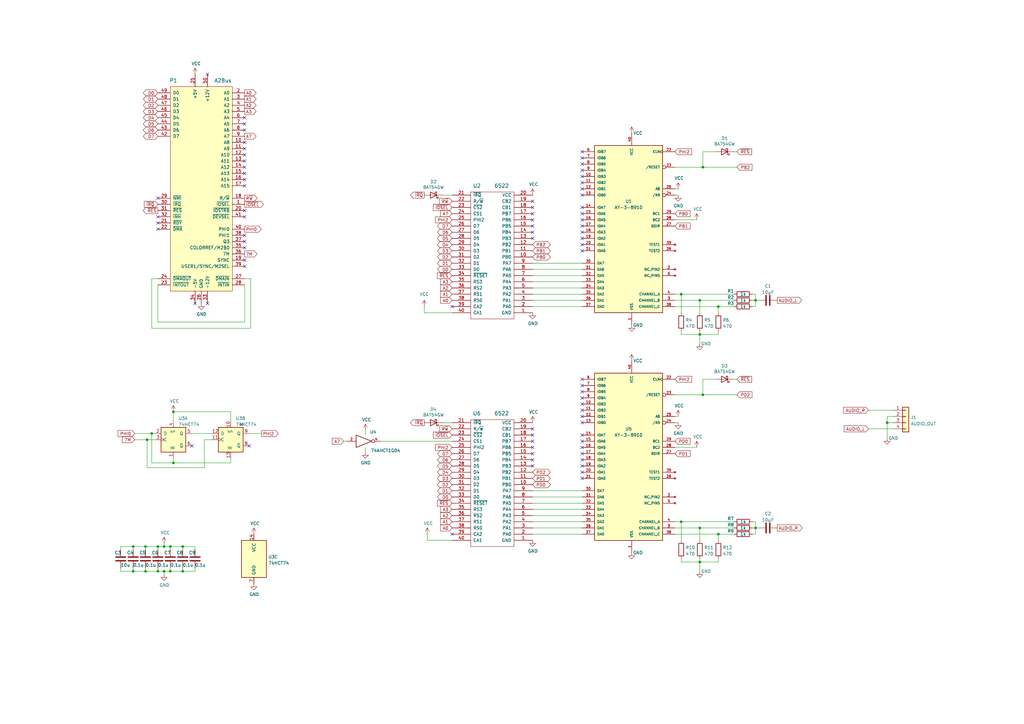
<source format=kicad_sch>
(kicad_sch (version 20211123) (generator eeschema)
  (paper "A3")
  (title_block (date "2022-03-08") (rev "0.1") (comment 1 "(Cloned from Apple II 32-GPIO Card by Scott Alfter)"))
  (junction (at 279.4 213.995))
  (junction (at 287.02 123.19))
  (junction (at 67.31 234.315))
  (junction (at 60.325 180.34))
  (junction (at 67.31 224.155))
  (junction (at 363.855 173.355))
  (junction (at 294.64 219.075))
  (junction (at 279.4 120.65))
  (junction (at 287.02 137.16))
  (junction (at 294.64 125.73))
  (junction (at 54.61 234.315))
  (junction (at 69.85 224.155))
  (junction (at 62.23 177.8))
  (junction (at 287.02 216.535))
  (junction (at 74.93 234.315))
  (junction (at 71.12 189.865))
  (junction (at 288.29 68.58))
  (junction (at 64.77 224.155))
  (junction (at 69.85 234.315))
  (junction (at 59.69 224.155))
  (junction (at 71.12 168.91))
  (junction (at 288.29 161.925))
  (junction (at 309.88 123.19))
  (junction (at 54.61 224.155))
  (junction (at 74.93 224.155))
  (junction (at 59.69 234.315))
  (junction (at 64.77 234.315))
  (junction (at 309.88 216.535))
  (junction (at 287.02 230.505))
  (no_connect (at 218.44 95.25))
  (no_connect (at 218.44 97.79))
  (no_connect (at 218.44 90.17))
  (no_connect (at 218.44 92.71))
  (no_connect (at 185.42 219.075))
  (no_connect (at 64.77 81.28))
  (no_connect (at 64.77 88.9))
  (no_connect (at 64.77 93.98))
  (no_connect (at 100.33 106.68))
  (no_connect (at 100.33 109.22))
  (no_connect (at 80.01 124.46))
  (no_connect (at 64.77 91.44))
  (no_connect (at 100.33 88.9))
  (no_connect (at 100.33 96.52))
  (no_connect (at 100.33 99.06))
  (no_connect (at 100.33 101.6))
  (no_connect (at 85.09 124.46))
  (no_connect (at 100.33 86.36))
  (no_connect (at 102.235 182.88))
  (no_connect (at 218.44 87.63))
  (no_connect (at 218.44 82.55))
  (no_connect (at 218.44 85.09))
  (no_connect (at 238.76 92.71))
  (no_connect (at 238.76 90.17))
  (no_connect (at 238.76 87.63))
  (no_connect (at 238.76 85.09))
  (no_connect (at 238.76 80.01))
  (no_connect (at 238.76 77.47))
  (no_connect (at 238.76 74.93))
  (no_connect (at 238.76 72.39))
  (no_connect (at 238.76 69.85))
  (no_connect (at 238.76 67.31))
  (no_connect (at 238.76 64.77))
  (no_connect (at 238.76 62.23))
  (no_connect (at 218.44 188.595))
  (no_connect (at 218.44 191.135))
  (no_connect (at 218.44 175.895))
  (no_connect (at 218.44 178.435))
  (no_connect (at 218.44 180.975))
  (no_connect (at 218.44 183.515))
  (no_connect (at 218.44 186.055))
  (no_connect (at 238.76 102.87))
  (no_connect (at 238.76 100.33))
  (no_connect (at 238.76 97.79))
  (no_connect (at 238.76 95.25))
  (no_connect (at 238.76 168.275))
  (no_connect (at 238.76 165.735))
  (no_connect (at 238.76 163.195))
  (no_connect (at 238.76 160.655))
  (no_connect (at 238.76 158.115))
  (no_connect (at 238.76 155.575))
  (no_connect (at 238.76 196.215))
  (no_connect (at 238.76 193.675))
  (no_connect (at 238.76 191.135))
  (no_connect (at 238.76 188.595))
  (no_connect (at 238.76 186.055))
  (no_connect (at 238.76 183.515))
  (no_connect (at 238.76 180.975))
  (no_connect (at 238.76 178.435))
  (no_connect (at 238.76 173.355))
  (no_connect (at 238.76 170.815))
  (no_connect (at 85.09 30.48))
  (no_connect (at 100.33 63.5))
  (no_connect (at 100.33 66.04))
  (no_connect (at 100.33 68.58))
  (no_connect (at 100.33 71.12))
  (no_connect (at 100.33 48.26))
  (no_connect (at 100.33 50.8))
  (no_connect (at 100.33 53.34))
  (no_connect (at 100.33 58.42))
  (no_connect (at 100.33 60.96))
  (no_connect (at 100.33 73.66))
  (no_connect (at 100.33 76.2))
  (no_connect (at 78.74 182.88))
  (no_connect (at 99.06 173.99))
  (no_connect (at 185.42 125.73))
  (wire (pts (xy 288.29 68.58) (xy 302.26 68.58)))
  (wire (pts (xy 276.86 161.925) (xy 288.29 161.925)))
  (wire (pts (xy 309.88 213.995) (xy 309.88 216.535)))
  (wire (pts (xy 67.31 235.585) (xy 67.31 234.315)))
  (wire (pts (xy 78.74 177.8) (xy 86.995 177.8)))
  (wire (pts (xy 309.88 216.535) (xy 308.61 216.535)))
  (wire (pts (xy 309.88 123.19) (xy 311.15 123.19)))
  (wire (pts (xy 294.64 219.075) (xy 294.64 221.615)))
  (wire (pts (xy 218.44 219.075) (xy 238.76 219.075)))
  (wire (pts (xy 74.93 225.425) (xy 74.93 224.155)))
  (wire (pts (xy 59.69 224.155) (xy 54.61 224.155)))
  (wire (pts (xy 156.21 180.975) (xy 185.42 180.975)))
  (wire (pts (xy 59.69 233.045) (xy 59.69 234.315)))
  (wire (pts (xy 173.99 128.27) (xy 173.99 125.73)))
  (wire (pts (xy 102.87 114.3) (xy 100.33 114.3)))
  (wire (pts (xy 308.61 213.995) (xy 309.88 213.995)))
  (wire (pts (xy 175.26 221.615) (xy 185.42 221.615)))
  (wire (pts (xy 300.99 155.575) (xy 302.26 155.575)))
  (wire (pts (xy 287.02 137.16) (xy 287.02 140.97)))
  (wire (pts (xy 363.855 173.355) (xy 363.855 170.815)))
  (wire (pts (xy 74.93 233.045) (xy 74.93 234.315)))
  (wire (pts (xy 102.235 177.8) (xy 107.315 177.8)))
  (wire (pts (xy 49.53 234.315) (xy 54.61 234.315)))
  (wire (pts (xy 83.82 180.34) (xy 86.995 180.34)))
  (wire (pts (xy 288.29 161.925) (xy 302.26 161.925)))
  (wire (pts (xy 279.4 137.16) (xy 287.02 137.16)))
  (wire (pts (xy 218.44 211.455) (xy 238.76 211.455)))
  (wire (pts (xy 293.37 62.23) (xy 288.29 62.23)))
  (wire (pts (xy 55.245 177.8) (xy 62.23 177.8)))
  (wire (pts (xy 181.61 173.355) (xy 185.42 173.355)))
  (wire (pts (xy 276.86 125.73) (xy 294.64 125.73)))
  (wire (pts (xy 287.02 230.505) (xy 287.02 229.235)))
  (wire (pts (xy 276.86 90.17) (xy 285.75 90.17)))
  (wire (pts (xy 94.615 168.91) (xy 94.615 172.72)))
  (wire (pts (xy 69.85 224.155) (xy 74.93 224.155)))
  (wire (pts (xy 218.44 208.915) (xy 238.76 208.915)))
  (wire (pts (xy 276.86 173.355) (xy 278.13 173.355)))
  (wire (pts (xy 60.325 180.34) (xy 60.325 191.77)))
  (wire (pts (xy 276.86 68.58) (xy 288.29 68.58)))
  (wire (pts (xy 63.5 180.34) (xy 60.325 180.34)))
  (wire (pts (xy 363.855 170.815) (xy 366.395 170.815)))
  (wire (pts (xy 218.44 216.535) (xy 238.76 216.535)))
  (wire (pts (xy 54.61 234.315) (xy 54.61 233.045)))
  (wire (pts (xy 293.37 155.575) (xy 288.29 155.575)))
  (wire (pts (xy 71.12 189.865) (xy 94.615 189.865)))
  (wire (pts (xy 62.23 177.8) (xy 62.23 189.865)))
  (wire (pts (xy 185.42 128.27) (xy 173.99 128.27)))
  (wire (pts (xy 279.4 213.995) (xy 300.99 213.995)))
  (wire (pts (xy 181.61 80.01) (xy 185.42 80.01)))
  (wire (pts (xy 100.33 132.08) (xy 100.33 116.84)))
  (wire (pts (xy 288.29 62.23) (xy 288.29 68.58)))
  (wire (pts (xy 276.86 80.01) (xy 278.13 80.01)))
  (wire (pts (xy 71.12 172.72) (xy 71.12 168.91)))
  (wire (pts (xy 74.93 224.155) (xy 80.01 224.155)))
  (wire (pts (xy 149.86 176.53) (xy 149.86 178.435)))
  (wire (pts (xy 94.615 189.865) (xy 94.615 187.96)))
  (wire (pts (xy 64.77 114.3) (xy 62.23 114.3)))
  (wire (pts (xy 218.44 113.03) (xy 238.76 113.03)))
  (wire (pts (xy 218.44 206.375) (xy 238.76 206.375)))
  (wire (pts (xy 62.23 189.865) (xy 71.12 189.865)))
  (wire (pts (xy 287.02 230.505) (xy 287.02 234.315)))
  (wire (pts (xy 69.85 234.315) (xy 74.93 234.315)))
  (wire (pts (xy 287.02 216.535) (xy 287.02 221.615)))
  (wire (pts (xy 276.86 216.535) (xy 287.02 216.535)))
  (wire (pts (xy 218.44 118.11) (xy 238.76 118.11)))
  (wire (pts (xy 218.44 123.19) (xy 238.76 123.19)))
  (wire (pts (xy 59.69 225.425) (xy 59.69 224.155)))
  (wire (pts (xy 80.01 224.155) (xy 80.01 225.425)))
  (wire (pts (xy 279.4 120.65) (xy 300.99 120.65)))
  (wire (pts (xy 59.69 234.315) (xy 64.77 234.315)))
  (wire (pts (xy 64.77 233.045) (xy 64.77 234.315)))
  (wire (pts (xy 279.4 229.235) (xy 279.4 230.505)))
  (wire (pts (xy 64.77 116.84) (xy 64.77 132.08)))
  (wire (pts (xy 300.99 62.23) (xy 302.26 62.23)))
  (wire (pts (xy 83.82 191.77) (xy 83.82 180.34)))
  (wire (pts (xy 287.02 230.505) (xy 294.64 230.505)))
  (wire (pts (xy 287.02 137.16) (xy 287.02 135.89)))
  (wire (pts (xy 62.23 134.62) (xy 102.87 134.62)))
  (wire (pts (xy 308.61 125.73) (xy 309.88 125.73)))
  (wire (pts (xy 294.64 230.505) (xy 294.64 229.235)))
  (wire (pts (xy 287.02 216.535) (xy 300.99 216.535)))
  (wire (pts (xy 54.61 224.155) (xy 54.61 225.425)))
  (wire (pts (xy 218.44 213.995) (xy 238.76 213.995)))
  (wire (pts (xy 308.61 219.075) (xy 309.88 219.075)))
  (wire (pts (xy 276.86 219.075) (xy 294.64 219.075)))
  (wire (pts (xy 294.64 219.075) (xy 300.99 219.075)))
  (wire (pts (xy 218.44 125.73) (xy 238.76 125.73)))
  (wire (pts (xy 287.02 137.16) (xy 294.64 137.16)))
  (wire (pts (xy 279.4 120.65) (xy 279.4 128.27)))
  (wire (pts (xy 288.29 155.575) (xy 288.29 161.925)))
  (wire (pts (xy 294.64 137.16) (xy 294.64 135.89)))
  (wire (pts (xy 102.87 134.62) (xy 102.87 114.3)))
  (wire (pts (xy 276.86 123.19) (xy 287.02 123.19)))
  (wire (pts (xy 69.85 233.045) (xy 69.85 234.315)))
  (wire (pts (xy 59.69 224.155) (xy 64.77 224.155)))
  (wire (pts (xy 218.44 107.95) (xy 238.76 107.95)))
  (wire (pts (xy 49.53 233.045) (xy 49.53 234.315)))
  (wire (pts (xy 67.31 224.155) (xy 69.85 224.155)))
  (wire (pts (xy 59.69 234.315) (xy 54.61 234.315)))
  (wire (pts (xy 279.4 213.995) (xy 279.4 221.615)))
  (wire (pts (xy 309.88 216.535) (xy 311.15 216.535)))
  (wire (pts (xy 309.88 125.73) (xy 309.88 123.19)))
  (wire (pts (xy 366.395 173.355) (xy 363.855 173.355)))
  (wire (pts (xy 294.64 125.73) (xy 300.99 125.73)))
  (wire (pts (xy 175.26 219.075) (xy 175.26 221.615)))
  (wire (pts (xy 218.44 115.57) (xy 238.76 115.57)))
  (wire (pts (xy 71.12 168.91) (xy 94.615 168.91)))
  (wire (pts (xy 60.325 191.77) (xy 83.82 191.77)))
  (wire (pts (xy 287.02 123.19) (xy 300.99 123.19)))
  (wire (pts (xy 64.77 225.425) (xy 64.77 224.155)))
  (wire (pts (xy 63.5 177.8) (xy 62.23 177.8)))
  (wire (pts (xy 363.855 173.355) (xy 363.855 179.705)))
  (wire (pts (xy 64.77 132.08) (xy 100.33 132.08)))
  (wire (pts (xy 140.97 180.975) (xy 142.24 180.975)))
  (wire (pts (xy 67.31 222.885) (xy 67.31 224.155)))
  (wire (pts (xy 69.85 224.155) (xy 69.85 225.425)))
  (wire (pts (xy 356.235 168.275) (xy 366.395 168.275)))
  (wire (pts (xy 71.12 187.96) (xy 71.12 189.865)))
  (wire (pts (xy 218.44 203.835) (xy 238.76 203.835)))
  (wire (pts (xy 54.61 224.155) (xy 49.53 224.155)))
  (wire (pts (xy 309.88 120.65) (xy 309.88 123.19)))
  (wire (pts (xy 149.86 183.515) (xy 149.86 185.42)))
  (wire (pts (xy 276.86 183.515) (xy 285.75 183.515)))
  (wire (pts (xy 67.31 234.315) (xy 69.85 234.315)))
  (wire (pts (xy 74.93 234.315) (xy 80.01 234.315)))
  (wire (pts (xy 279.4 230.505) (xy 287.02 230.505)))
  (wire (pts (xy 64.77 234.315) (xy 67.31 234.315)))
  (wire (pts (xy 309.88 219.075) (xy 309.88 216.535)))
  (wire (pts (xy 309.88 123.19) (xy 308.61 123.19)))
  (wire (pts (xy 287.02 123.19) (xy 287.02 128.27)))
  (wire (pts (xy 218.44 120.65) (xy 238.76 120.65)))
  (wire (pts (xy 64.77 224.155) (xy 67.31 224.155)))
  (wire (pts (xy 80.01 234.315) (xy 80.01 233.045)))
  (wire (pts (xy 276.86 77.47) (xy 278.13 77.47)))
  (wire (pts (xy 276.86 120.65) (xy 279.4 120.65)))
  (wire (pts (xy 356.235 175.895) (xy 366.395 175.895)))
  (wire (pts (xy 218.44 201.295) (xy 238.76 201.295)))
  (wire (pts (xy 308.61 120.65) (xy 309.88 120.65)))
  (wire (pts (xy 218.44 110.49) (xy 238.76 110.49)))
  (wire (pts (xy 294.64 125.73) (xy 294.64 128.27)))
  (wire (pts (xy 276.86 213.995) (xy 279.4 213.995)))
  (wire (pts (xy 49.53 224.155) (xy 49.53 225.425)))
  (wire (pts (xy 55.245 180.34) (xy 60.325 180.34)))
  (wire (pts (xy 62.23 114.3) (xy 62.23 134.62)))
  (wire (pts (xy 279.4 135.89) (xy 279.4 137.16)))
  (wire (pts (xy 276.86 170.815) (xy 278.13 170.815)))
  (global_label "D7" (shape bidirectional) (at 185.42 186.055 180) (property "Intersheet References" "${INTERSHEET_REFS}" (effects hide)))
  (global_label "R~{W}" (shape input) (at 185.42 82.55 180) (property "Intersheet References" "${INTERSHEET_REFS}" (effects hide)))
  (global_label "PHI2" (shape output) (at 107.315 177.8 0) (property "Intersheet References" "${INTERSHEET_REFS}" (effects hide)))
  (global_label "AUDIO_R" (shape input) (at 356.235 168.275 180) (property "Intersheet References" "${INTERSHEET_REFS}" (effects hide)))
  (global_label "~{RES}" (shape input) (at 302.26 62.23 0) (property "Intersheet References" "${INTERSHEET_REFS}" (effects hide)))
  (global_label "PD1" (shape input) (at 276.86 186.055 0) (property "Intersheet References" "${INTERSHEET_REFS}" (effects hide)))
  (global_label "PD2" (shape bidirectional) (at 218.44 193.675 0) (property "Intersheet References" "${INTERSHEET_REFS}" (effects hide)))
  (global_label "D6" (shape bidirectional) (at 185.42 95.25 180) (property "Intersheet References" "${INTERSHEET_REFS}" (effects hide)))
  (global_label "A3" (shape input) (at 185.42 208.915 180) (property "Intersheet References" "${INTERSHEET_REFS}" (effects hide)))
  (global_label "D5" (shape bidirectional) (at 185.42 191.135 180) (property "Intersheet References" "${INTERSHEET_REFS}" (effects hide)))
  (global_label "D3" (shape bidirectional) (at 185.42 196.215 180) (property "Intersheet References" "${INTERSHEET_REFS}" (effects hide)))
  (global_label "A1" (shape input) (at 185.42 213.995 180) (property "Intersheet References" "${INTERSHEET_REFS}" (effects hide)))
  (global_label "~{IOSEL}" (shape output) (at 100.33 83.82 0) (property "Intersheet References" "${INTERSHEET_REFS}" (effects hide)))
  (global_label "D4" (shape bidirectional) (at 185.42 100.33 180) (property "Intersheet References" "${INTERSHEET_REFS}" (effects hide)))
  (global_label "D7" (shape bidirectional) (at 64.77 55.88 180) (property "Intersheet References" "${INTERSHEET_REFS}" (effects hide)))
  (global_label "D2" (shape bidirectional) (at 185.42 105.41 180) (property "Intersheet References" "${INTERSHEET_REFS}" (effects hide)))
  (global_label "PHI2" (shape input) (at 276.86 62.23 0) (property "Intersheet References" "${INTERSHEET_REFS}" (effects hide)))
  (global_label "~{RES}" (shape input) (at 185.42 113.03 180) (property "Intersheet References" "${INTERSHEET_REFS}" (effects hide)))
  (global_label "PHI0" (shape input) (at 55.245 177.8 180) (property "Intersheet References" "${INTERSHEET_REFS}" (effects hide)))
  (global_label "A7" (shape input) (at 185.42 87.63 180) (property "Intersheet References" "${INTERSHEET_REFS}" (effects hide)))
  (global_label "PD2" (shape input) (at 302.26 161.925 0) (property "Intersheet References" "${INTERSHEET_REFS}" (effects hide)))
  (global_label "AUDIO_L" (shape input) (at 356.235 175.895 180) (property "Intersheet References" "${INTERSHEET_REFS}" (effects hide)))
  (global_label "A0" (shape output) (at 100.33 38.1 0) (property "Intersheet References" "${INTERSHEET_REFS}" (effects hide)))
  (global_label "D5" (shape bidirectional) (at 64.77 50.8 180) (property "Intersheet References" "${INTERSHEET_REFS}" (effects hide)))
  (global_label "A3" (shape input) (at 185.42 115.57 180) (property "Intersheet References" "${INTERSHEET_REFS}" (effects hide)))
  (global_label "PB0" (shape bidirectional) (at 218.44 105.41 0) (property "Intersheet References" "${INTERSHEET_REFS}" (effects hide)))
  (global_label "PB2" (shape bidirectional) (at 218.44 100.33 0) (property "Intersheet References" "${INTERSHEET_REFS}" (effects hide)))
  (global_label "D6" (shape bidirectional) (at 185.42 188.595 180) (property "Intersheet References" "${INTERSHEET_REFS}" (effects hide)))
  (global_label "A3" (shape output) (at 100.33 45.72 0) (property "Intersheet References" "${INTERSHEET_REFS}" (effects hide)))
  (global_label "D3" (shape bidirectional) (at 185.42 102.87 180) (property "Intersheet References" "${INTERSHEET_REFS}" (effects hide)))
  (global_label "PD0" (shape bidirectional) (at 218.44 198.755 0) (property "Intersheet References" "${INTERSHEET_REFS}" (effects hide)))
  (global_label "D0" (shape bidirectional) (at 64.77 38.1 180) (property "Intersheet References" "${INTERSHEET_REFS}" (effects hide)))
  (global_label "~{RES}" (shape output) (at 64.77 86.36 180) (property "Intersheet References" "${INTERSHEET_REFS}" (effects hide)))
  (global_label "~{IOSEL}" (shape input) (at 185.42 178.435 180) (property "Intersheet References" "${INTERSHEET_REFS}" (effects hide)))
  (global_label "7M" (shape input) (at 55.245 180.34 180) (property "Intersheet References" "${INTERSHEET_REFS}" (effects hide)))
  (global_label "A0" (shape input) (at 185.42 216.535 180) (property "Intersheet References" "${INTERSHEET_REFS}" (effects hide)))
  (global_label "R~{W}" (shape output) (at 100.33 81.28 0) (property "Intersheet References" "${INTERSHEET_REFS}" (effects hide)))
  (global_label "PHI2" (shape input) (at 185.42 183.515 180) (property "Intersheet References" "${INTERSHEET_REFS}" (effects hide)))
  (global_label "A2" (shape output) (at 100.33 43.18 0) (property "Intersheet References" "${INTERSHEET_REFS}" (effects hide)))
  (global_label "~{RES}" (shape input) (at 302.26 155.575 0) (property "Intersheet References" "${INTERSHEET_REFS}" (effects hide)))
  (global_label "D1" (shape bidirectional) (at 64.77 40.64 180) (property "Intersheet References" "${INTERSHEET_REFS}" (effects hide)))
  (global_label "D1" (shape bidirectional) (at 185.42 201.295 180) (property "Intersheet References" "${INTERSHEET_REFS}" (effects hide)))
  (global_label "D4" (shape bidirectional) (at 185.42 193.675 180) (property "Intersheet References" "${INTERSHEET_REFS}" (effects hide)))
  (global_label "D1" (shape bidirectional) (at 185.42 107.95 180) (property "Intersheet References" "${INTERSHEET_REFS}" (effects hide)))
  (global_label "A7" (shape input) (at 140.97 180.975 180) (property "Intersheet References" "${INTERSHEET_REFS}" (effects hide)))
  (global_label "A7" (shape output) (at 100.33 55.88 0) (property "Intersheet References" "${INTERSHEET_REFS}" (effects hide)))
  (global_label "D0" (shape bidirectional) (at 185.42 110.49 180) (property "Intersheet References" "${INTERSHEET_REFS}" (effects hide)))
  (global_label "D0" (shape bidirectional) (at 185.42 203.835 180) (property "Intersheet References" "${INTERSHEET_REFS}" (effects hide)))
  (global_label "D4" (shape bidirectional) (at 64.77 48.26 180) (property "Intersheet References" "${INTERSHEET_REFS}" (effects hide)))
  (global_label "PB0" (shape input) (at 276.86 87.63 0) (property "Intersheet References" "${INTERSHEET_REFS}" (effects hide)))
  (global_label "A2" (shape input) (at 185.42 118.11 180) (property "Intersheet References" "${INTERSHEET_REFS}" (effects hide)))
  (global_label "~{IRQ}" (shape output) (at 173.99 173.355 180) (property "Intersheet References" "${INTERSHEET_REFS}" (effects hide)))
  (global_label "PHI2" (shape input) (at 185.42 90.17 180) (property "Intersheet References" "${INTERSHEET_REFS}" (effects hide)))
  (global_label "A1" (shape output) (at 100.33 40.64 0) (property "Intersheet References" "${INTERSHEET_REFS}" (effects hide)))
  (global_label "A1" (shape input) (at 185.42 120.65 180) (property "Intersheet References" "${INTERSHEET_REFS}" (effects hide)))
  (global_label "A2" (shape input) (at 185.42 211.455 180) (property "Intersheet References" "${INTERSHEET_REFS}" (effects hide)))
  (global_label "PHI2" (shape input) (at 276.86 155.575 0) (property "Intersheet References" "${INTERSHEET_REFS}" (effects hide)))
  (global_label "R~{W}" (shape input) (at 185.42 175.895 180) (property "Intersheet References" "${INTERSHEET_REFS}" (effects hide)))
  (global_label "D5" (shape bidirectional) (at 185.42 97.79 180) (property "Intersheet References" "${INTERSHEET_REFS}" (effects hide)))
  (global_label "PD1" (shape bidirectional) (at 218.44 196.215 0) (property "Intersheet References" "${INTERSHEET_REFS}" (effects hide)))
  (global_label "D2" (shape bidirectional) (at 185.42 198.755 180) (property "Intersheet References" "${INTERSHEET_REFS}" (effects hide)))
  (global_label "~{IRQ}" (shape output) (at 173.99 80.01 180) (property "Intersheet References" "${INTERSHEET_REFS}" (effects hide)))
  (global_label "AUDIO_L" (shape output) (at 318.77 123.19 0) (property "Intersheet References" "${INTERSHEET_REFS}" (effects hide)))
  (global_label "PB1" (shape bidirectional) (at 218.44 102.87 0) (property "Intersheet References" "${INTERSHEET_REFS}" (effects hide)))
  (global_label "D3" (shape bidirectional) (at 64.77 45.72 180) (property "Intersheet References" "${INTERSHEET_REFS}" (effects hide)))
  (global_label "PD0" (shape input) (at 276.86 180.975 0) (property "Intersheet References" "${INTERSHEET_REFS}" (effects hide)))
  (global_label "D7" (shape bidirectional) (at 185.42 92.71 180) (property "Intersheet References" "${INTERSHEET_REFS}" (effects hide)))
  (global_label "PB1" (shape input) (at 276.86 92.71 0) (property "Intersheet References" "${INTERSHEET_REFS}" (effects hide)))
  (global_label "D2" (shape bidirectional) (at 64.77 43.18 180) (property "Intersheet References" "${INTERSHEET_REFS}" (effects hide)))
  (global_label "AUDIO_R" (shape output) (at 318.77 216.535 0) (property "Intersheet References" "${INTERSHEET_REFS}" (effects hide)))
  (global_label "D6" (shape bidirectional) (at 64.77 53.34 180) (property "Intersheet References" "${INTERSHEET_REFS}" (effects hide)))
  (global_label "~{IOSEL}" (shape input) (at 185.42 85.09 180) (property "Intersheet References" "${INTERSHEET_REFS}" (effects hide)))
  (global_label "~{IRQ}" (shape input) (at 64.77 83.82 180) (property "Intersheet References" "${INTERSHEET_REFS}" (effects hide)))
  (global_label "PHI0" (shape output) (at 100.33 93.98 0) (property "Intersheet References" "${INTERSHEET_REFS}" (effects hide)))
  (global_label "7M" (shape output) (at 100.33 104.14 0) (property "Intersheet References" "${INTERSHEET_REFS}" (effects hide)))
  (global_label "~{RES}" (shape input) (at 185.42 206.375 180) (property "Intersheet References" "${INTERSHEET_REFS}" (effects hide)))
  (global_label "A0" (shape input) (at 185.42 123.19 180) (property "Intersheet References" "${INTERSHEET_REFS}" (effects hide)))
  (global_label "PB2" (shape input) (at 302.26 68.58 0) (property "Intersheet References" "${INTERSHEET_REFS}" (effects hide)))
  (symbol (lib_id "apple2:A2Bus") (at 82.55 76.2 0) (unit 1)
    (property "Reference" "P1" (at 71.12 33.02 0) (effects (font (size 1.524 1.524))))
    (property "Value" "A2Bus" (at 91.44 33.02 0) (effects (font (size 1.524 1.524))))
    (property "Footprint" "apple2-bus:Male_Card-Edge_50_pin__100_mil" (effects hide))
    (property "Datasheet" "https://allpinouts.org/pinouts/connectors/buses/apple-ii-slot/" (effects hide))
    (property "Critical" "y" (effects hide))
    (property "Description" "Apple II expansion slot" (effects hide))
    (property "Qty Per Unit" "0" (effects hide))
    (property "Subs OK?" "n" (effects hide))
  )
  (symbol (lib_name "WD65C22_1") (lib_id "65xx:WD65C22") (at 201.93 105.41 180) (unit 1)
    (property "Reference" "U2" (at 195.58 76.2 0) (effects (font (size 1.524 1.524))))
    (property "Value" "6522" (at 205.74 76.2 0) (effects (font (size 1.524 1.524))))
    (property "Footprint" "Package_DIP:DIP-40_W15.24mm" (effects hide))
    (property "Datasheet" "http://www.westerndesigncenter.com/wdc/documentation/w65c22.pdf" (effects hide))
    (property "Critical" "n" (effects hide))
    (property "Description" "Versatile Interface Adapter" (effects hide))
    (property "Manufacturer" "Western Design Center" (effects hide))
    (property "JEDEC Pkg" "40-DIP" (effects hide))
    (property "Mfr PN" "W65C22S6TPG-14" (effects hide))
    (property "Qty Per Unit" "1" (effects hide))
    (property "Subs OK?" "y" (effects hide))
    (property "Vendor 1 PN" "955-W65C22S6TPG-14" (effects hide))
    (property "Vendor 1 URL" "https://www.mouser.com/ProductDetail/Western-Design-Center-WDC/W65C22S6TPG-14?qs=%2fha2pyFaduiPoUewmeSNS2V2xAikbXJXjDI3LvDLIQQGtauOEzdaYGsMcmJ3fMK7" (effects hide))
  )
  (symbol (lib_id "power:GND") (at 82.55 124.46 0) (unit 1)
    (property "Reference" "#PWR07" (effects hide))
    (property "Value" "GND" (at 82.677 128.8542 0))
  )
  (symbol (lib_id "power:VCC") (at 80.01 30.48 0) (unit 1)
    (property "Reference" "#PWR01" (effects hide))
    (property "Value" "VCC" (at 80.4418 26.0858 0))
  )
  (symbol (lib_id "power:VCC") (at 218.44 173.355 0) (unit 1)
    (property "Reference" "#PWR015" (effects hide))
    (property "Value" "VCC" (at 218.8718 168.9608 0))
  )
  (symbol (lib_id "power:VCC") (at 218.44 80.01 0) (unit 1)
    (property "Reference" "#PWR04" (effects hide))
    (property "Value" "VCC" (at 218.8718 75.6158 0))
  )
  (symbol (lib_id "power:GND") (at 218.44 221.615 0) (unit 1)
    (property "Reference" "#PWR023" (effects hide))
    (property "Value" "GND" (at 218.567 226.0092 0))
  )
  (symbol (lib_id "power:GND") (at 218.44 128.27 0) (unit 1)
    (property "Reference" "#PWR09" (effects hide))
    (property "Value" "GND" (at 218.567 132.6642 0))
  )
  (symbol (lib_id "Device:C") (at 59.69 229.235 0) (unit 1)
    (property "Reference" "C5" (at 57.15 226.695 0) (effects (justify left)))
    (property "Value" "0.1u" (at 59.69 231.775 0) (effects (justify left)))
    (property "Footprint" "Capacitor_SMD:C_0805_2012Metric" (effects hide))
    (property "Critical" "n" (effects hide))
    (property "Description" "CAP CER 0.1UF 25V Y5V 0805" (effects hide))
    (property "JEDEC Pkg" "0805" (effects hide))
    (property "Manufacturer" "various" (effects hide))
    (property "Qty Per Unit" "1" (effects hide))
    (property "Subs OK?" "y" (effects hide))
    (property "Vendor 1 PN" "80-C0805C104Z3V" (effects hide))
    (property "Vendor 1 URL" "https://www.mouser.com/ProductDetail/KEMET/C0805C104Z3VACTU?qs=sGAEpiMZZMukHu%252bjC5l7YQmPQw%252bwfPYPv1U1XacUC1s%3d" (effects hide))
    (property "Vendor 2 PN" "1276-1286-1-ND" (effects hide))
    (property "Vendor 2 URL" "https://www.digikey.com/products/en?keywords=1276-1286-1-ND" (effects hide))
  )
  (symbol (lib_id "Device:C") (at 64.77 229.235 0) (unit 1)
    (property "Reference" "C6" (at 62.23 226.695 0) (effects (justify left)))
    (property "Value" "0.1u" (at 64.77 231.775 0) (effects (justify left)))
    (property "Footprint" "Capacitor_SMD:C_0805_2012Metric" (effects hide))
    (property "Critical" "n" (effects hide))
    (property "Description" "CAP CER 0.1UF 25V Y5V 0805" (effects hide))
    (property "JEDEC Pkg" "0805" (effects hide))
    (property "Manufacturer" "various" (effects hide))
    (property "Qty Per Unit" "1" (effects hide))
    (property "Subs OK?" "y" (effects hide))
    (property "Vendor 1 PN" "80-C0805C104Z3V" (effects hide))
    (property "Vendor 1 URL" "https://www.mouser.com/ProductDetail/KEMET/C0805C104Z3VACTU?qs=sGAEpiMZZMukHu%252bjC5l7YQmPQw%252bwfPYPv1U1XacUC1s%3d" (effects hide))
    (property "Vendor 2 PN" "1276-1286-1-ND" (effects hide))
    (property "Vendor 2 URL" "https://www.digikey.com/products/en?keywords=1276-1286-1-ND" (effects hide))
  )
  (symbol (lib_id "Device:C") (at 69.85 229.235 0) (unit 1)
    (property "Reference" "C7" (at 67.31 226.695 0) (effects (justify left)))
    (property "Value" "0.1u" (at 69.85 231.775 0) (effects (justify left)))
    (property "Footprint" "Capacitor_SMD:C_0805_2012Metric" (effects hide))
    (property "Critical" "n" (effects hide))
    (property "Description" "CAP CER 0.1UF 25V Y5V 0805" (effects hide))
    (property "JEDEC Pkg" "0805" (effects hide))
    (property "Manufacturer" "various" (effects hide))
    (property "Qty Per Unit" "1" (effects hide))
    (property "Subs OK?" "y" (effects hide))
    (property "Vendor 1 PN" "80-C0805C104Z3V" (effects hide))
    (property "Vendor 1 URL" "https://www.mouser.com/ProductDetail/KEMET/C0805C104Z3VACTU?qs=sGAEpiMZZMukHu%252bjC5l7YQmPQw%252bwfPYPv1U1XacUC1s%3d" (effects hide))
    (property "Vendor 2 PN" "1276-1286-1-ND" (effects hide))
    (property "Vendor 2 URL" "https://www.digikey.com/products/en?keywords=1276-1286-1-ND" (effects hide))
  )
  (symbol (lib_id "Device:C") (at 74.93 229.235 0) (unit 1)
    (property "Reference" "C8" (at 72.39 226.695 0) (effects (justify left)))
    (property "Value" "0.1u" (at 74.93 231.775 0) (effects (justify left)))
    (property "Footprint" "Capacitor_SMD:C_0805_2012Metric" (effects hide))
    (property "Critical" "n" (effects hide))
    (property "Description" "CAP CER 0.1UF 25V Y5V 0805" (effects hide))
    (property "JEDEC Pkg" "0805" (effects hide))
    (property "Manufacturer" "various" (effects hide))
    (property "Qty Per Unit" "1" (effects hide))
    (property "Subs OK?" "y" (effects hide))
    (property "Vendor 1 PN" "80-C0805C104Z3V" (effects hide))
    (property "Vendor 1 URL" "https://www.mouser.com/ProductDetail/KEMET/C0805C104Z3VACTU?qs=sGAEpiMZZMukHu%252bjC5l7YQmPQw%252bwfPYPv1U1XacUC1s%3d" (effects hide))
    (property "Vendor 2 PN" "1276-1286-1-ND" (effects hide))
    (property "Vendor 2 URL" "https://www.digikey.com/products/en?keywords=1276-1286-1-ND" (effects hide))
  )
  (symbol (lib_id "Device:C") (at 80.01 229.235 0) (unit 1)
    (property "Reference" "C9" (at 77.47 226.695 0) (effects (justify left)))
    (property "Value" "0.1u" (at 80.01 231.775 0) (effects (justify left)))
    (property "Footprint" "Capacitor_SMD:C_0805_2012Metric" (effects hide))
    (property "Critical" "n" (effects hide))
    (property "Description" "CAP CER 0.1UF 25V Y5V 0805" (effects hide))
    (property "JEDEC Pkg" "0805" (effects hide))
    (property "Manufacturer" "various" (effects hide))
    (property "Qty Per Unit" "1" (effects hide))
    (property "Subs OK?" "y" (effects hide))
    (property "Vendor 1 PN" "80-C0805C104Z3V" (effects hide))
    (property "Vendor 1 URL" "https://www.mouser.com/ProductDetail/KEMET/C0805C104Z3VACTU?qs=sGAEpiMZZMukHu%252bjC5l7YQmPQw%252bwfPYPv1U1XacUC1s%3d" (effects hide))
    (property "Vendor 2 PN" "1276-1286-1-ND" (effects hide))
    (property "Vendor 2 URL" "https://www.digikey.com/products/en?keywords=1276-1286-1-ND" (effects hide))
  )
  (symbol (lib_id "power:VCC") (at 67.31 222.885 0) (unit 1)
    (property "Reference" "#PWR024" (effects hide))
    (property "Value" "VCC" (at 67.7418 218.4908 0))
  )
  (symbol (lib_id "power:GND") (at 67.31 235.585 0) (unit 1)
    (property "Reference" "#PWR027" (effects hide))
    (property "Value" "GND" (at 67.437 239.9792 0))
  )
  (symbol (lib_id "Device:C") (at 49.53 229.235 0) (unit 1)
    (property "Reference" "C3" (at 46.99 226.695 0) (effects (justify left)))
    (property "Value" "10u" (at 49.53 231.775 0) (effects (justify left)))
    (property "Footprint" "Capacitor_SMD:C_0805_2012Metric" (effects hide))
    (property "Critical" "n" (effects hide))
    (property "Description" "CAP CER 10UF 10V X5R 0805" (effects hide))
    (property "JEDEC Pkg" "0805" (effects hide))
    (property "Manufacturer" "various" (effects hide))
    (property "Qty Per Unit" "1" (effects hide))
    (property "Subs OK?" "y" (effects hide))
    (property "Vendor 1 PN" "710-885012107010" (effects hide))
    (property "Vendor 1 URL" "https://www.mouser.com/ProductDetail/Wurth-Electronics/885012107010?qs=sGAEpiMZZMukHu%252bjC5l7YRTxnIahtzp%252bEFxWFMN7Dfw%3d" (effects hide))
    (property "Vendor 2 PN" "1276-1052-1-ND" (effects hide))
    (property "Vendor 2 URL" "https://www.digikey.com/products/en?keywords=1276-1052-1-ND" (effects hide))
  )
  (symbol (lib_id "Device:C") (at 54.61 229.235 0) (unit 1)
    (property "Reference" "C4" (at 52.07 226.695 0) (effects (justify left)))
    (property "Value" "0.1u" (at 54.61 231.775 0) (effects (justify left)))
    (property "Footprint" "Capacitor_SMD:C_0805_2012Metric" (effects hide))
    (property "Critical" "n" (effects hide))
    (property "Description" "CAP CER 0.1UF 25V Y5V 0805" (effects hide))
    (property "JEDEC Pkg" "0805" (effects hide))
    (property "Manufacturer" "various" (effects hide))
    (property "Qty Per Unit" "1" (effects hide))
    (property "Subs OK?" "y" (effects hide))
    (property "Vendor 1 PN" "80-C0805C104Z3V" (effects hide))
    (property "Vendor 1 URL" "https://www.mouser.com/ProductDetail/KEMET/C0805C104Z3VACTU?qs=sGAEpiMZZMukHu%252bjC5l7YQmPQw%252bwfPYPv1U1XacUC1s%3d" (effects hide))
    (property "Vendor 2 PN" "1276-1286-1-ND" (effects hide))
    (property "Vendor 2 URL" "https://www.digikey.com/products/en?keywords=1276-1286-1-ND" (effects hide))
  )
  (symbol (lib_id "Device:D_Schottky") (at 177.8 173.355 180) (unit 1)
    (property "Reference" "D4" (at 177.8 167.8686 0))
    (property "Value" "BAT54GW" (at 177.8 170.18 0))
    (property "Footprint" "Diode_SMD:D_SOD-123" (effects hide))
    (property "Datasheet" "https://www.mouser.com/datasheet/2/916/BAT54GW-1318921.pdf" (effects hide))
    (property "Manufacturer" "Nexperia" (effects hide))
    (property "Mfr PN" "BAT54GWJ" (effects hide))
    (property "Qty Per Unit" "1" (effects hide))
    (property "Vendor 1 PN" "841-BAT54GWJ" (effects hide))
    (property "Vendor 1 URL" "https://www.mouser.com/ProductDetail/Nexperia/BAT54GWJ?qs=sGAEpiMZZMtQ8nqTKtFS%2fH6mLkoTnrFe60zaUHUrWNWHqXt10QYm4g%3d%3d" (effects hide))
    (property "Vendor 2 PN" "1727-7328-2-ND" (effects hide))
    (property "Vendor 2 URL" "https://www.digikey.com/products/en?keywords=1727-7328-2-ND" (effects hide))
    (property "JEDEC Pkg" "SOD-123-2" (effects hide))
    (property "Subs OK?" "y" (effects hide))
    (property "Critical" "n" (effects hide))
    (property "Description" "DIODE SCHOTTKY 30V 200MA SOD123" (effects hide))
  )
  (symbol (lib_id "Device:D_Schottky") (at 177.8 80.01 180) (unit 1)
    (property "Reference" "D2" (at 177.8 74.5236 0))
    (property "Value" "BAT54GW" (at 177.8 76.835 0))
    (property "Footprint" "Diode_SMD:D_SOD-123" (effects hide))
    (property "Datasheet" "https://www.mouser.com/datasheet/2/916/BAT54GW-1318921.pdf" (effects hide))
    (property "Manufacturer" "Nexperia" (effects hide))
    (property "Mfr PN" "BAT54GWJ" (effects hide))
    (property "Qty Per Unit" "1" (effects hide))
    (property "Vendor 1 PN" "841-BAT54GWJ" (effects hide))
    (property "Vendor 1 URL" "https://www.mouser.com/ProductDetail/Nexperia/BAT54GWJ?qs=sGAEpiMZZMtQ8nqTKtFS%2fH6mLkoTnrFe60zaUHUrWNWHqXt10QYm4g%3d%3d" (effects hide))
    (property "Vendor 2 PN" "1727-7328-2-ND" (effects hide))
    (property "Vendor 2 URL" "https://www.digikey.com/products/en?keywords=1727-7328-2-ND" (effects hide))
    (property "JEDEC Pkg" "SOD-123-2" (effects hide))
    (property "Subs OK?" "y" (effects hide))
    (property "Critical" "n" (effects hide))
    (property "Description" "DIODE SCHOTTKY 30V 200MA SOD123" (effects hide))
  )
  (symbol (lib_id "Device:R") (at 294.64 225.425 0) (unit 1)
    (property "Reference" "R12" (at 296.418 224.5903 0) (effects (justify left)))
    (property "Value" "470" (at 296.418 227.1272 0) (effects (justify left)))
    (property "Footprint" "Resistor_SMD:R_0805_2012Metric" (effects hide))
  )
  (symbol (lib_id "Connector_Generic:Conn_01x04") (at 371.475 170.815 0) (unit 1)
    (property "Reference" "J1" (at 373.507 171.2503 0) (effects (justify left)))
    (property "Value" "AUDIO_OUT" (at 373.507 173.7872 0) (effects (justify left)))
    (property "Footprint" "Connector_PinSocket_2.54mm:PinSocket_1x04_P2.54mm_Horizontal" (effects hide))
  )
  (symbol (lib_id "power:GND") (at 259.08 226.695 0) (unit 1)
    (property "Reference" "#PWR025" (effects hide))
    (property "Value" "GND" (at 261.62 226.695 0))
  )
  (symbol (lib_id "Device:C") (at 314.96 123.19 90) (unit 1)
    (property "Reference" "C1" (at 314.96 117.3312 90))
    (property "Value" "10μF" (at 314.96 119.8681 90))
    (property "Footprint" "Capacitor_SMD:C_0805_2012Metric" (effects hide))
  )
  (symbol (lib_id "Device:R") (at 304.8 120.65 90) (unit 1)
    (property "Reference" "R1" (at 299.72 119.38 90))
    (property "Value" "1k" (at 304.8 120.65 90))
    (property "Footprint" "Resistor_SMD:R_0805_2012Metric" (effects hide))
  )
  (symbol (lib_id "Device:R") (at 304.8 213.995 90) (unit 1)
    (property "Reference" "R7" (at 299.72 212.725 90))
    (property "Value" "1k" (at 304.8 213.995 90))
    (property "Footprint" "Resistor_SMD:R_0805_2012Metric" (effects hide))
  )
  (symbol (lib_name "AY-3-8910_2") (lib_id "AY-3-8910:AY-3-8910") (at 259.08 95.25 0) (unit 1)
    (property "Reference" "U1" (at 257.81 82.55 0))
    (property "Value" "AY-3-8910" (at 257.81 85.09 0))
    (property "Footprint" "Package_DIP:DIP-40_W15.24mm" (effects hide))
  )
  (symbol (lib_id "74xGxx:74AHCT1G04") (at 149.86 180.975 0) (unit 1)
    (property "Reference" "U4" (at 153.035 177.165 0))
    (property "Value" "74AHCT1G04" (at 158.115 184.785 0))
    (property "Footprint" "74ahct1g04:74AHCT1G04W5-7" (effects hide))
    (property "Datasheet" "http://www.ti.com/lit/sg/scyt129e/scyt129e.pdf" (effects hide))
  )
  (symbol (lib_id "power:VCC") (at 173.99 125.73 0) (unit 1)
    (property "Reference" "#PWR08" (effects hide))
    (property "Value" "VCC" (at 173.99 120.65 0))
  )
  (symbol (lib_id "power:VCC") (at 104.14 219.075 0) (unit 1)
    (property "Reference" "#PWR021" (effects hide))
    (property "Value" "VCC" (at 104.5718 214.6808 0))
  )
  (symbol (lib_name "AY-3-8910_2") (lib_id "AY-3-8910:AY-3-8910") (at 259.08 188.595 0) (unit 1)
    (property "Reference" "U5" (at 257.81 175.895 0))
    (property "Value" "AY-3-8910" (at 257.81 178.435 0))
    (property "Footprint" "Package_DIP:DIP-40_W15.24mm" (effects hide))
  )
  (symbol (lib_id "Device:D_Schottky") (at 297.18 155.575 180) (unit 1)
    (property "Reference" "D3" (at 297.18 150.0886 0))
    (property "Value" "BAT54GW" (at 297.18 152.4 0))
    (property "Footprint" "Diode_SMD:D_SOD-123" (effects hide))
    (property "Datasheet" "https://www.mouser.com/datasheet/2/916/BAT54GW-1318921.pdf" (effects hide))
    (property "Manufacturer" "Nexperia" (effects hide))
    (property "Mfr PN" "BAT54GWJ" (effects hide))
    (property "Qty Per Unit" "1" (effects hide))
    (property "Vendor 1 PN" "841-BAT54GWJ" (effects hide))
    (property "Vendor 1 URL" "https://www.mouser.com/ProductDetail/Nexperia/BAT54GWJ?qs=sGAEpiMZZMtQ8nqTKtFS%2fH6mLkoTnrFe60zaUHUrWNWHqXt10QYm4g%3d%3d" (effects hide))
    (property "Vendor 2 PN" "1727-7328-2-ND" (effects hide))
    (property "Vendor 2 URL" "https://www.digikey.com/products/en?keywords=1727-7328-2-ND" (effects hide))
    (property "JEDEC Pkg" "SOD-123-2" (effects hide))
    (property "Subs OK?" "y" (effects hide))
    (property "Critical" "n" (effects hide))
    (property "Description" "DIODE SCHOTTKY 30V 200MA SOD123" (effects hide))
  )
  (symbol (lib_id "power:VCC") (at 259.08 147.955 0) (unit 1)
    (property "Reference" "#PWR012" (effects hide))
    (property "Value" "VCC" (at 261.62 147.955 0))
  )
  (symbol (lib_id "power:GND") (at 278.13 80.01 0) (unit 1)
    (property "Reference" "#PWR05" (effects hide))
    (property "Value" "GND" (at 278.257 84.4042 0))
  )
  (symbol (lib_id "Device:D_Schottky") (at 297.18 62.23 180) (unit 1)
    (property "Reference" "D1" (at 297.18 56.7436 0))
    (property "Value" "BAT54GW" (at 297.18 59.055 0))
    (property "Footprint" "Diode_SMD:D_SOD-123" (effects hide))
    (property "Datasheet" "https://www.mouser.com/datasheet/2/916/BAT54GW-1318921.pdf" (effects hide))
    (property "Manufacturer" "Nexperia" (effects hide))
    (property "Mfr PN" "BAT54GWJ" (effects hide))
    (property "Qty Per Unit" "1" (effects hide))
    (property "Vendor 1 PN" "841-BAT54GWJ" (effects hide))
    (property "Vendor 1 URL" "https://www.mouser.com/ProductDetail/Nexperia/BAT54GWJ?qs=sGAEpiMZZMtQ8nqTKtFS%2fH6mLkoTnrFe60zaUHUrWNWHqXt10QYm4g%3d%3d" (effects hide))
    (property "Vendor 2 PN" "1727-7328-2-ND" (effects hide))
    (property "Vendor 2 URL" "https://www.digikey.com/products/en?keywords=1727-7328-2-ND" (effects hide))
    (property "JEDEC Pkg" "SOD-123-2" (effects hide))
    (property "Subs OK?" "y" (effects hide))
    (property "Critical" "n" (effects hide))
    (property "Description" "DIODE SCHOTTKY 30V 200MA SOD123" (effects hide))
  )
  (symbol (lib_id "Device:R") (at 287.02 225.425 0) (unit 1)
    (property "Reference" "R11" (at 288.798 224.5903 0) (effects (justify left)))
    (property "Value" "470" (at 288.798 227.1272 0) (effects (justify left)))
    (property "Footprint" "Resistor_SMD:R_0805_2012Metric" (effects hide))
  )
  (symbol (lib_id "power:GND") (at 149.86 185.42 0) (unit 1)
    (property "Reference" "#PWR020" (effects hide))
    (property "Value" "GND" (at 149.987 189.8142 0))
  )
  (symbol (lib_id "power:VCC") (at 278.13 170.815 0) (unit 1)
    (property "Reference" "#PWR014" (effects hide))
    (property "Value" "VCC" (at 278.5618 166.4208 0))
  )
  (symbol (lib_id "Device:R") (at 279.4 132.08 0) (unit 1)
    (property "Reference" "R4" (at 281.178 131.2453 0) (effects (justify left)))
    (property "Value" "470" (at 281.178 133.7822 0) (effects (justify left)))
    (property "Footprint" "Resistor_SMD:R_0805_2012Metric" (effects hide))
  )
  (symbol (lib_id "Device:R") (at 304.8 219.075 90) (unit 1)
    (property "Reference" "R9" (at 299.72 217.805 90))
    (property "Value" "1k" (at 304.8 219.075 90))
    (property "Footprint" "Resistor_SMD:R_0805_2012Metric" (effects hide))
  )
  (symbol (lib_id "Device:C") (at 314.96 216.535 90) (unit 1)
    (property "Reference" "C2" (at 314.96 210.6762 90))
    (property "Value" "10μF" (at 314.96 213.2131 90))
    (property "Footprint" "Capacitor_SMD:C_0805_2012Metric" (effects hide))
  )
  (symbol (lib_id "Device:R") (at 287.02 132.08 0) (unit 1)
    (property "Reference" "R5" (at 288.798 131.2453 0) (effects (justify left)))
    (property "Value" "470" (at 288.798 133.7822 0) (effects (justify left)))
    (property "Footprint" "Resistor_SMD:R_0805_2012Metric" (effects hide))
  )
  (symbol (lib_id "power:VCC") (at 71.12 168.91 0) (unit 1)
    (property "Reference" "#PWR013" (effects hide))
    (property "Value" "VCC" (at 71.5518 164.5158 0))
  )
  (symbol (lib_id "Device:R") (at 294.64 132.08 0) (unit 1)
    (property "Reference" "R6" (at 296.418 131.2453 0) (effects (justify left)))
    (property "Value" "470" (at 296.418 133.7822 0) (effects (justify left)))
    (property "Footprint" "Resistor_SMD:R_0805_2012Metric" (effects hide))
  )
  (symbol (lib_id "power:VCC") (at 175.26 219.075 0) (unit 1)
    (property "Reference" "#PWR022" (effects hide))
    (property "Value" "VCC" (at 175.6918 214.6808 0))
  )
  (symbol (lib_id "74xx:74LS74") (at 71.12 180.34 0) (unit 1)
    (property "Reference" "U3" (at 73.1394 171.5602 0) (effects (justify left)))
    (property "Value" "74HCT74" (at 73.1394 174.0971 0) (effects (justify left)))
    (property "Footprint" "Package_SO:TSSOP-14_4.4x5mm_P0.65mm" (effects hide))
    (property "Datasheet" "74xx/74hc_hct74.pdf" (effects hide))
  )
  (symbol (lib_id "power:GND") (at 363.855 179.705 0) (unit 1)
    (property "Reference" "#PWR018" (effects hide))
    (property "Value" "GND" (at 366.395 179.705 0))
  )
  (symbol (lib_id "Device:R") (at 304.8 216.535 90) (unit 1)
    (property "Reference" "R8" (at 299.72 215.265 90))
    (property "Value" "1k" (at 304.8 216.535 90))
    (property "Footprint" "Resistor_SMD:R_0805_2012Metric" (effects hide))
  )
  (symbol (lib_id "power:GND") (at 259.08 133.35 0) (unit 1)
    (property "Reference" "#PWR010" (effects hide))
    (property "Value" "GND" (at 261.62 133.35 0))
  )
  (symbol (lib_id "power:GND") (at 278.13 173.355 0) (unit 1)
    (property "Reference" "#PWR016" (effects hide))
    (property "Value" "GND" (at 278.257 177.7492 0))
  )
  (symbol (lib_id "Device:R") (at 279.4 225.425 0) (unit 1)
    (property "Reference" "R10" (at 281.178 224.5903 0) (effects (justify left)))
    (property "Value" "470" (at 281.178 227.1272 0) (effects (justify left)))
    (property "Footprint" "Resistor_SMD:R_0805_2012Metric" (effects hide))
  )
  (symbol (lib_id "power:VCC") (at 285.75 90.17 0) (unit 1)
    (property "Reference" "#PWR06" (effects hide))
    (property "Value" "VCC" (at 286.1818 85.7758 0))
  )
  (symbol (lib_id "74xx:74LS74") (at 94.615 180.34 0) (unit 2)
    (property "Reference" "U3" (at 96.6344 171.5602 0) (effects (justify left)))
    (property "Value" "74HCT74" (at 96.6344 174.0971 0) (effects (justify left)))
    (property "Footprint" "Package_SO:TSSOP-14_4.4x5mm_P0.65mm" (effects hide))
    (property "Datasheet" "74xx/74hc_hct74.pdf" (effects hide))
  )
  (symbol (lib_name "WD65C22_1") (lib_id "65xx:WD65C22") (at 201.93 198.755 180) (unit 1)
    (property "Reference" "U6" (at 195.58 169.545 0) (effects (font (size 1.524 1.524))))
    (property "Value" "6522" (at 205.74 169.545 0) (effects (font (size 1.524 1.524))))
    (property "Footprint" "Package_DIP:DIP-40_W15.24mm" (effects hide))
    (property "Datasheet" "http://www.westerndesigncenter.com/wdc/documentation/w65c22.pdf" (effects hide))
    (property "Critical" "n" (effects hide))
    (property "Description" "Versatile Interface Adapter" (effects hide))
    (property "Manufacturer" "Western Design Center" (effects hide))
    (property "JEDEC Pkg" "40-DIP" (effects hide))
    (property "Mfr PN" "W65C22S6TPG-14" (effects hide))
    (property "Qty Per Unit" "1" (effects hide))
    (property "Subs OK?" "y" (effects hide))
    (property "Vendor 1 PN" "955-W65C22S6TPG-14" (effects hide))
    (property "Vendor 1 URL" "https://www.mouser.com/ProductDetail/Western-Design-Center-WDC/W65C22S6TPG-14?qs=%2fha2pyFaduiPoUewmeSNS2V2xAikbXJXjDI3LvDLIQQGtauOEzdaYGsMcmJ3fMK7" (effects hide))
  )
  (symbol (lib_id "Device:R") (at 304.8 123.19 90) (unit 1)
    (property "Reference" "R2" (at 299.72 121.92 90))
    (property "Value" "1k" (at 304.8 123.19 90))
    (property "Footprint" "Resistor_SMD:R_0805_2012Metric" (effects hide))
  )
  (symbol (lib_id "power:VCC") (at 149.86 176.53 0) (unit 1)
    (property "Reference" "#PWR017" (effects hide))
    (property "Value" "VCC" (at 150.2918 172.1358 0))
  )
  (symbol (lib_id "74xx:74LS74") (at 104.14 229.235 0) (unit 3)
    (property "Reference" "U3" (at 109.982 228.4003 0) (effects (justify left)))
    (property "Value" "74HCT74" (at 109.982 230.9372 0) (effects (justify left)))
    (property "Footprint" "Package_SO:TSSOP-14_4.4x5mm_P0.65mm" (effects hide))
    (property "Datasheet" "74xx/74hc_hct74.pdf" (effects hide))
  )
  (symbol (lib_id "power:GND") (at 287.02 234.315 0) (unit 1)
    (property "Reference" "#PWR026" (effects hide))
    (property "Value" "GND" (at 289.56 234.315 0))
  )
  (symbol (lib_id "power:VCC") (at 285.75 183.515 0) (unit 1)
    (property "Reference" "#PWR019" (effects hide))
    (property "Value" "VCC" (at 286.1818 179.1208 0))
  )
  (symbol (lib_id "Device:R") (at 304.8 125.73 90) (unit 1)
    (property "Reference" "R3" (at 299.72 124.46 90))
    (property "Value" "1k" (at 304.8 125.73 90))
    (property "Footprint" "Resistor_SMD:R_0805_2012Metric" (effects hide))
  )
  (symbol (lib_id "power:GND") (at 287.02 140.97 0) (unit 1)
    (property "Reference" "#PWR011" (effects hide))
    (property "Value" "GND" (at 289.56 140.97 0))
  )
  (symbol (lib_id "power:GND") (at 104.14 239.395 0) (unit 1)
    (property "Reference" "#PWR028" (effects hide))
    (property "Value" "GND" (at 104.267 243.7892 0))
  )
  (symbol (lib_id "power:VCC") (at 259.08 54.61 0) (unit 1)
    (property "Reference" "#PWR02" (effects hide))
    (property "Value" "VCC" (at 261.62 54.61 0))
  )
  (symbol (lib_id "power:VCC") (at 278.13 77.47 0) (unit 1)
    (property "Reference" "#PWR03" (effects hide))
    (property "Value" "VCC" (at 278.5618 73.0758 0))
  )
)
</source>
